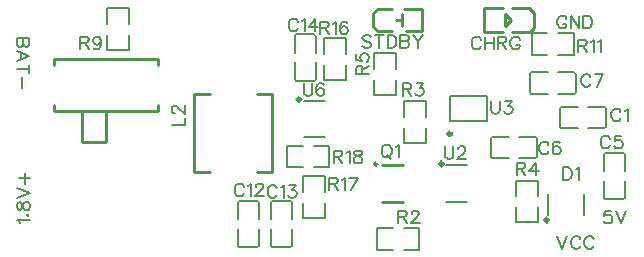
<source format=gto>
G04 Layer: TopSilkscreenLayer*
G04 EasyEDA v6.5.42, 2024-05-27 16:03:50*
G04 5a823164b2b14e8aa45e0a56d25f44cb,4b06660695a64fe3bf0f4e1e846abbee,10*
G04 Gerber Generator version 0.2*
G04 Scale: 100 percent, Rotated: No, Reflected: No *
G04 Dimensions in millimeters *
G04 leading zeros omitted , absolute positions ,4 integer and 5 decimal *
%FSLAX45Y45*%
%MOMM*%

%ADD10C,0.2032*%
%ADD11C,0.1524*%
%ADD12C,0.2540*%
%ADD13C,0.3000*%

%LPD*%
D10*
X2543616.0Y4289000.0D02*
G01*
X2434650.0Y4289000.0D01*
X2543616.0Y4289000.0D02*
G01*
X2543616.0Y4242263.0D01*
X2538537.0Y4226769.0D01*
X2533203.0Y4221435.0D01*
X2522788.0Y4216355.0D01*
X2512374.0Y4216355.0D01*
X2501961.0Y4221435.0D01*
X2496880.0Y4226769.0D01*
X2491800.0Y4242263.0D01*
X2491800.0Y4289000.0D02*
G01*
X2491800.0Y4242263.0D01*
X2486466.0Y4226769.0D01*
X2481387.0Y4221435.0D01*
X2470972.0Y4216355.0D01*
X2455224.0Y4216355.0D01*
X2444811.0Y4221435.0D01*
X2439730.0Y4226769.0D01*
X2434650.0Y4242263.0D01*
X2434650.0Y4289000.0D01*
X2543616.0Y4140410.0D02*
G01*
X2434650.0Y4182065.0D01*
X2543616.0Y4140410.0D02*
G01*
X2434650.0Y4098753.0D01*
X2470972.0Y4166318.0D02*
G01*
X2470972.0Y4114502.0D01*
X2543616.0Y4028142.0D02*
G01*
X2434650.0Y4028142.0D01*
X2543616.0Y4064463.0D02*
G01*
X2543616.0Y3991819.0D01*
X2481387.0Y3957529.0D02*
G01*
X2481387.0Y3864057.0D01*
X2460813.0Y2726900.0D02*
G01*
X2455479.0Y2737314.0D01*
X2439985.0Y2752808.0D01*
X2548950.0Y2752808.0D01*
X2523043.0Y2792432.0D02*
G01*
X2528377.0Y2787098.0D01*
X2533456.0Y2792432.0D01*
X2528377.0Y2797512.0D01*
X2523043.0Y2792432.0D01*
X2439985.0Y2857711.0D02*
G01*
X2445064.0Y2842216.0D01*
X2455479.0Y2837136.0D01*
X2465893.0Y2837136.0D01*
X2476306.0Y2842216.0D01*
X2481640.0Y2852630.0D01*
X2486721.0Y2873458.0D01*
X2491800.0Y2888953.0D01*
X2502214.0Y2899366.0D01*
X2512629.0Y2904700.0D01*
X2528377.0Y2904700.0D01*
X2538790.0Y2899366.0D01*
X2543871.0Y2894286.0D01*
X2548950.0Y2878538.0D01*
X2548950.0Y2857711.0D01*
X2543871.0Y2842216.0D01*
X2538790.0Y2837136.0D01*
X2528377.0Y2831803.0D01*
X2512629.0Y2831803.0D01*
X2502214.0Y2837136.0D01*
X2491800.0Y2847550.0D01*
X2486721.0Y2863044.0D01*
X2481640.0Y2883872.0D01*
X2476306.0Y2894286.0D01*
X2465893.0Y2899366.0D01*
X2455479.0Y2899366.0D01*
X2445064.0Y2894286.0D01*
X2439985.0Y2878538.0D01*
X2439985.0Y2857711.0D01*
X2439985.0Y2938990.0D02*
G01*
X2548950.0Y2980393.0D01*
X2439985.0Y3022048.0D02*
G01*
X2548950.0Y2980393.0D01*
X2455479.0Y3103074.0D02*
G01*
X2548950.0Y3103074.0D01*
X2502214.0Y3056338.0D02*
G01*
X2502214.0Y3149811.0D01*
X7013000.0Y2613616.0D02*
G01*
X7054656.0Y2504650.0D01*
X7096058.0Y2613616.0D02*
G01*
X7054656.0Y2504650.0D01*
X7208325.0Y2587708.0D02*
G01*
X7203245.0Y2598122.0D01*
X7192831.0Y2608536.0D01*
X7182418.0Y2613616.0D01*
X7161590.0Y2613616.0D01*
X7151175.0Y2608536.0D01*
X7140761.0Y2598122.0D01*
X7135681.0Y2587708.0D01*
X7130347.0Y2571961.0D01*
X7130347.0Y2546053.0D01*
X7135681.0Y2530558.0D01*
X7140761.0Y2520144.0D01*
X7151175.0Y2509730.0D01*
X7161590.0Y2504650.0D01*
X7182418.0Y2504650.0D01*
X7192831.0Y2509730.0D01*
X7203245.0Y2520144.0D01*
X7208325.0Y2530558.0D01*
X7320593.0Y2587708.0D02*
G01*
X7315259.0Y2598122.0D01*
X7305100.0Y2608536.0D01*
X7294686.0Y2613616.0D01*
X7273858.0Y2613616.0D01*
X7263443.0Y2608536.0D01*
X7253029.0Y2598122.0D01*
X7247950.0Y2587708.0D01*
X7242615.0Y2571961.0D01*
X7242615.0Y2546053.0D01*
X7247950.0Y2530558.0D01*
X7253029.0Y2520144.0D01*
X7263443.0Y2509730.0D01*
X7273858.0Y2504650.0D01*
X7294686.0Y2504650.0D01*
X7305100.0Y2509730.0D01*
X7315259.0Y2520144.0D01*
X7320593.0Y2530558.0D01*
X7090977.0Y4454607.0D02*
G01*
X7085643.0Y4465021.0D01*
X7075229.0Y4475435.0D01*
X7065070.0Y4480515.0D01*
X7044241.0Y4480515.0D01*
X7033827.0Y4475435.0D01*
X7023413.0Y4465021.0D01*
X7018079.0Y4454607.0D01*
X7013000.0Y4438860.0D01*
X7013000.0Y4412952.0D01*
X7018079.0Y4397457.0D01*
X7023413.0Y4387043.0D01*
X7033827.0Y4376629.0D01*
X7044241.0Y4371550.0D01*
X7065070.0Y4371550.0D01*
X7075229.0Y4376629.0D01*
X7085643.0Y4387043.0D01*
X7090977.0Y4397457.0D01*
X7090977.0Y4412952.0D01*
X7065070.0Y4412952.0D02*
G01*
X7090977.0Y4412952.0D01*
X7125268.0Y4480515.0D02*
G01*
X7125268.0Y4371550.0D01*
X7125268.0Y4480515.0D02*
G01*
X7197911.0Y4371550.0D01*
X7197911.0Y4480515.0D02*
G01*
X7197911.0Y4371550.0D01*
X7232202.0Y4480515.0D02*
G01*
X7232202.0Y4371550.0D01*
X7232202.0Y4480515.0D02*
G01*
X7268524.0Y4480515.0D01*
X7284272.0Y4475435.0D01*
X7294686.0Y4465021.0D01*
X7299765.0Y4454607.0D01*
X7305100.0Y4438860.0D01*
X7305100.0Y4412952.0D01*
X7299765.0Y4397457.0D01*
X7294686.0Y4387043.0D01*
X7284272.0Y4376629.0D01*
X7268524.0Y4371550.0D01*
X7232202.0Y4371550.0D01*
D11*
X7548177.0Y3667208.0D02*
G01*
X7542843.0Y3677622.0D01*
X7532429.0Y3688036.0D01*
X7522270.0Y3693116.0D01*
X7501441.0Y3693116.0D01*
X7491027.0Y3688036.0D01*
X7480613.0Y3677622.0D01*
X7475279.0Y3667208.0D01*
X7470200.0Y3651461.0D01*
X7470200.0Y3625553.0D01*
X7475279.0Y3610058.0D01*
X7480613.0Y3599644.0D01*
X7491027.0Y3589230.0D01*
X7501441.0Y3584150.0D01*
X7522270.0Y3584150.0D01*
X7532429.0Y3589230.0D01*
X7542843.0Y3599644.0D01*
X7548177.0Y3610058.0D01*
X7582468.0Y3672288.0D02*
G01*
X7592881.0Y3677622.0D01*
X7608375.0Y3693116.0D01*
X7608375.0Y3584150.0D01*
X7459277.0Y3438608.0D02*
G01*
X7453943.0Y3449022.0D01*
X7443529.0Y3459436.0D01*
X7433370.0Y3464516.0D01*
X7412541.0Y3464516.0D01*
X7402127.0Y3459436.0D01*
X7391713.0Y3449022.0D01*
X7386379.0Y3438608.0D01*
X7381300.0Y3422861.0D01*
X7381300.0Y3396953.0D01*
X7386379.0Y3381458.0D01*
X7391713.0Y3371044.0D01*
X7402127.0Y3360630.0D01*
X7412541.0Y3355550.0D01*
X7433370.0Y3355550.0D01*
X7443529.0Y3360630.0D01*
X7453943.0Y3371044.0D01*
X7459277.0Y3381458.0D01*
X7555797.0Y3464516.0D02*
G01*
X7503981.0Y3464516.0D01*
X7498647.0Y3417780.0D01*
X7503981.0Y3422861.0D01*
X7519475.0Y3428194.0D01*
X7534970.0Y3428194.0D01*
X7550718.0Y3422861.0D01*
X7561131.0Y3412700.0D01*
X7566211.0Y3396953.0D01*
X7566211.0Y3386538.0D01*
X7561131.0Y3371044.0D01*
X7550718.0Y3360630.0D01*
X7534970.0Y3355550.0D01*
X7519475.0Y3355550.0D01*
X7503981.0Y3360630.0D01*
X7498647.0Y3365711.0D01*
X7493568.0Y3376124.0D01*
X6938577.0Y3387808.0D02*
G01*
X6933243.0Y3398222.0D01*
X6922829.0Y3408636.0D01*
X6912670.0Y3413716.0D01*
X6891841.0Y3413716.0D01*
X6881427.0Y3408636.0D01*
X6871013.0Y3398222.0D01*
X6865679.0Y3387808.0D01*
X6860600.0Y3372061.0D01*
X6860600.0Y3346153.0D01*
X6865679.0Y3330658.0D01*
X6871013.0Y3320244.0D01*
X6881427.0Y3309830.0D01*
X6891841.0Y3304750.0D01*
X6912670.0Y3304750.0D01*
X6922829.0Y3309830.0D01*
X6933243.0Y3320244.0D01*
X6938577.0Y3330658.0D01*
X7035097.0Y3398222.0D02*
G01*
X7030018.0Y3408636.0D01*
X7014270.0Y3413716.0D01*
X7004109.0Y3413716.0D01*
X6988361.0Y3408636.0D01*
X6977947.0Y3392888.0D01*
X6972868.0Y3366980.0D01*
X6972868.0Y3341072.0D01*
X6977947.0Y3320244.0D01*
X6988361.0Y3309830.0D01*
X7004109.0Y3304750.0D01*
X7009190.0Y3304750.0D01*
X7024684.0Y3309830.0D01*
X7035097.0Y3320244.0D01*
X7040431.0Y3335738.0D01*
X7040431.0Y3341072.0D01*
X7035097.0Y3356566.0D01*
X7024684.0Y3366980.0D01*
X7009190.0Y3372061.0D01*
X7004109.0Y3372061.0D01*
X6988361.0Y3366980.0D01*
X6977947.0Y3356566.0D01*
X6972868.0Y3341072.0D01*
X7294177.0Y3959307.0D02*
G01*
X7288843.0Y3969721.0D01*
X7278429.0Y3980135.0D01*
X7268270.0Y3985215.0D01*
X7247441.0Y3985215.0D01*
X7237027.0Y3980135.0D01*
X7226613.0Y3969721.0D01*
X7221279.0Y3959307.0D01*
X7216200.0Y3943560.0D01*
X7216200.0Y3917652.0D01*
X7221279.0Y3902157.0D01*
X7226613.0Y3891743.0D01*
X7237027.0Y3881329.0D01*
X7247441.0Y3876250.0D01*
X7268270.0Y3876250.0D01*
X7278429.0Y3881329.0D01*
X7288843.0Y3891743.0D01*
X7294177.0Y3902157.0D01*
X7401111.0Y3985215.0D02*
G01*
X7349295.0Y3876250.0D01*
X7328468.0Y3985215.0D02*
G01*
X7401111.0Y3985215.0D01*
X6367077.0Y4276731.0D02*
G01*
X6361743.0Y4287145.0D01*
X6351329.0Y4297559.0D01*
X6341170.0Y4302639.0D01*
X6320341.0Y4302639.0D01*
X6309927.0Y4297559.0D01*
X6299513.0Y4287145.0D01*
X6294179.0Y4276731.0D01*
X6289100.0Y4261237.0D01*
X6289100.0Y4235075.0D01*
X6294179.0Y4219581.0D01*
X6299513.0Y4209167.0D01*
X6309927.0Y4198753.0D01*
X6320341.0Y4193673.0D01*
X6341170.0Y4193673.0D01*
X6351329.0Y4198753.0D01*
X6361743.0Y4209167.0D01*
X6367077.0Y4219581.0D01*
X6401368.0Y4302639.0D02*
G01*
X6401368.0Y4193673.0D01*
X6474011.0Y4302639.0D02*
G01*
X6474011.0Y4193673.0D01*
X6401368.0Y4250823.0D02*
G01*
X6474011.0Y4250823.0D01*
X6508302.0Y4302639.0D02*
G01*
X6508302.0Y4193673.0D01*
X6508302.0Y4302639.0D02*
G01*
X6555038.0Y4302639.0D01*
X6570786.0Y4297559.0D01*
X6575865.0Y4292225.0D01*
X6581200.0Y4282065.0D01*
X6581200.0Y4271651.0D01*
X6575865.0Y4261237.0D01*
X6570786.0Y4255903.0D01*
X6555038.0Y4250823.0D01*
X6508302.0Y4250823.0D01*
X6544624.0Y4250823.0D02*
G01*
X6581200.0Y4193673.0D01*
X6693213.0Y4276731.0D02*
G01*
X6688134.0Y4287145.0D01*
X6677720.0Y4297559.0D01*
X6667306.0Y4302639.0D01*
X6646477.0Y4302639.0D01*
X6636063.0Y4297559.0D01*
X6625650.0Y4287145.0D01*
X6620570.0Y4276731.0D01*
X6615490.0Y4261237.0D01*
X6615490.0Y4235075.0D01*
X6620570.0Y4219581.0D01*
X6625650.0Y4209167.0D01*
X6636063.0Y4198753.0D01*
X6646477.0Y4193673.0D01*
X6667306.0Y4193673.0D01*
X6677720.0Y4198753.0D01*
X6688134.0Y4209167.0D01*
X6693213.0Y4219581.0D01*
X6693213.0Y4235075.0D01*
X6667306.0Y4235075.0D02*
G01*
X6693213.0Y4235075.0D01*
X7063800.0Y3197816.0D02*
G01*
X7063800.0Y3088850.0D01*
X7063800.0Y3197816.0D02*
G01*
X7100122.0Y3197816.0D01*
X7115870.0Y3192736.0D01*
X7126029.0Y3182322.0D01*
X7131363.0Y3171908.0D01*
X7136443.0Y3156161.0D01*
X7136443.0Y3130253.0D01*
X7131363.0Y3114758.0D01*
X7126029.0Y3104344.0D01*
X7115870.0Y3093930.0D01*
X7100122.0Y3088850.0D01*
X7063800.0Y3088850.0D01*
X7170734.0Y3176988.0D02*
G01*
X7181147.0Y3182322.0D01*
X7196895.0Y3197816.0D01*
X7196895.0Y3088850.0D01*
X5558341.0Y3388316.0D02*
G01*
X5547927.0Y3383236.0D01*
X5537513.0Y3372822.0D01*
X5532179.0Y3362408.0D01*
X5527100.0Y3346661.0D01*
X5527100.0Y3320753.0D01*
X5532179.0Y3305258.0D01*
X5537513.0Y3294844.0D01*
X5547927.0Y3284430.0D01*
X5558341.0Y3279350.0D01*
X5579170.0Y3279350.0D01*
X5589329.0Y3284430.0D01*
X5599743.0Y3294844.0D01*
X5605077.0Y3305258.0D01*
X5610158.0Y3320753.0D01*
X5610158.0Y3346661.0D01*
X5605077.0Y3362408.0D01*
X5599743.0Y3372822.0D01*
X5589329.0Y3383236.0D01*
X5579170.0Y3388316.0D01*
X5558341.0Y3388316.0D01*
X5573836.0Y3299924.0D02*
G01*
X5605077.0Y3268936.0D01*
X5644447.0Y3367488.0D02*
G01*
X5654861.0Y3372822.0D01*
X5670609.0Y3388316.0D01*
X5670609.0Y3279350.0D01*
X5666800.0Y2829516.0D02*
G01*
X5666800.0Y2720550.0D01*
X5666800.0Y2829516.0D02*
G01*
X5713536.0Y2829516.0D01*
X5729029.0Y2824436.0D01*
X5734363.0Y2819103.0D01*
X5739443.0Y2808688.0D01*
X5739443.0Y2798274.0D01*
X5734363.0Y2787861.0D01*
X5729029.0Y2782780.0D01*
X5713536.0Y2777700.0D01*
X5666800.0Y2777700.0D01*
X5703122.0Y2777700.0D02*
G01*
X5739443.0Y2720550.0D01*
X5779068.0Y2803608.0D02*
G01*
X5779068.0Y2808688.0D01*
X5784147.0Y2819103.0D01*
X5789481.0Y2824436.0D01*
X5799895.0Y2829516.0D01*
X5820470.0Y2829516.0D01*
X5830884.0Y2824436.0D01*
X5836218.0Y2819103.0D01*
X5841297.0Y2808688.0D01*
X5841297.0Y2798274.0D01*
X5836218.0Y2787861.0D01*
X5825804.0Y2772366.0D01*
X5773734.0Y2720550.0D01*
X5846631.0Y2720550.0D01*
X5704900.0Y3909015.0D02*
G01*
X5704900.0Y3800050.0D01*
X5704900.0Y3909015.0D02*
G01*
X5751636.0Y3909015.0D01*
X5767129.0Y3903935.0D01*
X5772463.0Y3898602.0D01*
X5777543.0Y3888187.0D01*
X5777543.0Y3877773.0D01*
X5772463.0Y3867360.0D01*
X5767129.0Y3862279.0D01*
X5751636.0Y3857200.0D01*
X5704900.0Y3857200.0D01*
X5741222.0Y3857200.0D02*
G01*
X5777543.0Y3800050.0D01*
X5822247.0Y3909015.0D02*
G01*
X5879397.0Y3909015.0D01*
X5848409.0Y3867360.0D01*
X5863904.0Y3867360.0D01*
X5874318.0Y3862279.0D01*
X5879397.0Y3857200.0D01*
X5884731.0Y3841452.0D01*
X5884731.0Y3831037.0D01*
X5879397.0Y3815543.0D01*
X5868984.0Y3805129.0D01*
X5853490.0Y3800050.0D01*
X5837995.0Y3800050.0D01*
X5822247.0Y3805129.0D01*
X5817168.0Y3810210.0D01*
X5811834.0Y3820623.0D01*
X6670100.0Y3235916.0D02*
G01*
X6670100.0Y3126950.0D01*
X6670100.0Y3235916.0D02*
G01*
X6716836.0Y3235916.0D01*
X6732329.0Y3230836.0D01*
X6737663.0Y3225503.0D01*
X6742743.0Y3215088.0D01*
X6742743.0Y3204674.0D01*
X6737663.0Y3194261.0D01*
X6732329.0Y3189180.0D01*
X6716836.0Y3184100.0D01*
X6670100.0Y3184100.0D01*
X6706422.0Y3184100.0D02*
G01*
X6742743.0Y3126950.0D01*
X6829104.0Y3235916.0D02*
G01*
X6777034.0Y3163272.0D01*
X6855011.0Y3163272.0D01*
X6829104.0Y3235916.0D02*
G01*
X6829104.0Y3126950.0D01*
X5310184.0Y3984200.0D02*
G01*
X5419150.0Y3984200.0D01*
X5310184.0Y3984200.0D02*
G01*
X5310184.0Y4030935.0D01*
X5315263.0Y4046429.0D01*
X5320597.0Y4051763.0D01*
X5331011.0Y4056843.0D01*
X5341425.0Y4056843.0D01*
X5351840.0Y4051763.0D01*
X5356920.0Y4046429.0D01*
X5362000.0Y4030935.0D01*
X5362000.0Y3984200.0D01*
X5362000.0Y4020521.0D02*
G01*
X5419150.0Y4056843.0D01*
X5310184.0Y4153618.0D02*
G01*
X5310184.0Y4101547.0D01*
X5356920.0Y4096468.0D01*
X5351840.0Y4101547.0D01*
X5346506.0Y4117295.0D01*
X5346506.0Y4132789.0D01*
X5351840.0Y4148284.0D01*
X5362000.0Y4158697.0D01*
X5377747.0Y4164031.0D01*
X5388161.0Y4164031.0D01*
X5403656.0Y4158697.0D01*
X5414070.0Y4148284.0D01*
X5419150.0Y4132789.0D01*
X5419150.0Y4117295.0D01*
X5414070.0Y4101547.0D01*
X5408990.0Y4096468.0D01*
X5398575.0Y4091134.0D01*
X7190800.0Y4277315.0D02*
G01*
X7190800.0Y4168350.0D01*
X7190800.0Y4277315.0D02*
G01*
X7237536.0Y4277315.0D01*
X7253029.0Y4272235.0D01*
X7258363.0Y4266902.0D01*
X7263443.0Y4256487.0D01*
X7263443.0Y4246073.0D01*
X7258363.0Y4235660.0D01*
X7253029.0Y4230579.0D01*
X7237536.0Y4225500.0D01*
X7190800.0Y4225500.0D01*
X7227122.0Y4225500.0D02*
G01*
X7263443.0Y4168350.0D01*
X7297734.0Y4256487.0D02*
G01*
X7308147.0Y4261821.0D01*
X7323895.0Y4277315.0D01*
X7323895.0Y4168350.0D01*
X7358186.0Y4256487.0D02*
G01*
X7368600.0Y4261821.0D01*
X7384093.0Y4277315.0D01*
X7384093.0Y4168350.0D01*
X5434643.0Y4299845.0D02*
G01*
X5424229.0Y4310259.0D01*
X5408736.0Y4315339.0D01*
X5387908.0Y4315339.0D01*
X5372413.0Y4310259.0D01*
X5362000.0Y4299845.0D01*
X5362000.0Y4289431.0D01*
X5367079.0Y4279017.0D01*
X5372413.0Y4273937.0D01*
X5382827.0Y4268603.0D01*
X5414070.0Y4258189.0D01*
X5424229.0Y4253109.0D01*
X5429563.0Y4247775.0D01*
X5434643.0Y4237615.0D01*
X5434643.0Y4221867.0D01*
X5424229.0Y4211453.0D01*
X5408736.0Y4206373.0D01*
X5387908.0Y4206373.0D01*
X5372413.0Y4211453.0D01*
X5362000.0Y4221867.0D01*
X5505509.0Y4315339.0D02*
G01*
X5505509.0Y4206373.0D01*
X5468934.0Y4315339.0D02*
G01*
X5541831.0Y4315339.0D01*
X5576122.0Y4315339.0D02*
G01*
X5576122.0Y4206373.0D01*
X5576122.0Y4315339.0D02*
G01*
X5612443.0Y4315339.0D01*
X5627938.0Y4310259.0D01*
X5638352.0Y4299845.0D01*
X5643686.0Y4289431.0D01*
X5648765.0Y4273937.0D01*
X5648765.0Y4247775.0D01*
X5643686.0Y4232281.0D01*
X5638352.0Y4221867.0D01*
X5627938.0Y4211453.0D01*
X5612443.0Y4206373.0D01*
X5576122.0Y4206373.0D01*
X5683056.0Y4315339.0D02*
G01*
X5683056.0Y4206373.0D01*
X5683056.0Y4315339.0D02*
G01*
X5729791.0Y4315339.0D01*
X5745540.0Y4310259.0D01*
X5750620.0Y4304925.0D01*
X5755700.0Y4294765.0D01*
X5755700.0Y4284351.0D01*
X5750620.0Y4273937.0D01*
X5745540.0Y4268603.0D01*
X5729791.0Y4263523.0D01*
X5683056.0Y4263523.0D02*
G01*
X5729791.0Y4263523.0D01*
X5745540.0Y4258189.0D01*
X5750620.0Y4253109.0D01*
X5755700.0Y4242695.0D01*
X5755700.0Y4227201.0D01*
X5750620.0Y4216787.0D01*
X5745540.0Y4211453.0D01*
X5729791.0Y4206373.0D01*
X5683056.0Y4206373.0D01*
X5789990.0Y4315339.0D02*
G01*
X5831645.0Y4263523.0D01*
X5831645.0Y4206373.0D01*
X5873302.0Y4315339.0D02*
G01*
X5831645.0Y4263523.0D01*
X6060500.0Y3375616.0D02*
G01*
X6060500.0Y3297638.0D01*
X6065579.0Y3282144.0D01*
X6075993.0Y3271730.0D01*
X6091741.0Y3266650.0D01*
X6102156.0Y3266650.0D01*
X6117650.0Y3271730.0D01*
X6128063.0Y3282144.0D01*
X6133143.0Y3297638.0D01*
X6133143.0Y3375616.0D01*
X6172768.0Y3349708.0D02*
G01*
X6172768.0Y3354788.0D01*
X6177847.0Y3365203.0D01*
X6183181.0Y3370536.0D01*
X6193595.0Y3375616.0D01*
X6214170.0Y3375616.0D01*
X6224584.0Y3370536.0D01*
X6229918.0Y3365203.0D01*
X6234997.0Y3354788.0D01*
X6234997.0Y3344374.0D01*
X6229918.0Y3333961.0D01*
X6219504.0Y3318466.0D01*
X6167434.0Y3266650.0D01*
X6240331.0Y3266650.0D01*
X6454200.0Y3756616.0D02*
G01*
X6454200.0Y3678638.0D01*
X6459279.0Y3663144.0D01*
X6469693.0Y3652730.0D01*
X6485441.0Y3647650.0D01*
X6495856.0Y3647650.0D01*
X6511350.0Y3652730.0D01*
X6521763.0Y3663144.0D01*
X6526843.0Y3678638.0D01*
X6526843.0Y3756616.0D01*
X6571547.0Y3756616.0D02*
G01*
X6628697.0Y3756616.0D01*
X6597709.0Y3714961.0D01*
X6613204.0Y3714961.0D01*
X6623618.0Y3709880.0D01*
X6628697.0Y3704800.0D01*
X6634031.0Y3689053.0D01*
X6634031.0Y3678638.0D01*
X6628697.0Y3663144.0D01*
X6618284.0Y3652730.0D01*
X6602790.0Y3647650.0D01*
X6587295.0Y3647650.0D01*
X6571547.0Y3652730.0D01*
X6566468.0Y3657811.0D01*
X6561134.0Y3668224.0D01*
X7468929.0Y2829516.0D02*
G01*
X7417113.0Y2829516.0D01*
X7411779.0Y2782780.0D01*
X7417113.0Y2787861.0D01*
X7432608.0Y2793194.0D01*
X7448356.0Y2793194.0D01*
X7463850.0Y2787861.0D01*
X7474263.0Y2777700.0D01*
X7479343.0Y2761953.0D01*
X7479343.0Y2751538.0D01*
X7474263.0Y2736044.0D01*
X7463850.0Y2725630.0D01*
X7448356.0Y2720550.0D01*
X7432608.0Y2720550.0D01*
X7417113.0Y2725630.0D01*
X7411779.0Y2730711.0D01*
X7406700.0Y2741124.0D01*
X7513634.0Y2829516.0D02*
G01*
X7555290.0Y2720550.0D01*
X7596945.0Y2829516.0D02*
G01*
X7555290.0Y2720550.0D01*
X3748085.0Y3552400.0D02*
G01*
X3857050.0Y3552400.0D01*
X3857050.0Y3552400.0D02*
G01*
X3857050.0Y3614630.0D01*
X3773993.0Y3654254.0D02*
G01*
X3768913.0Y3654254.0D01*
X3758498.0Y3659335.0D01*
X3753164.0Y3664669.0D01*
X3748085.0Y3675082.0D01*
X3748085.0Y3695911.0D01*
X3753164.0Y3706070.0D01*
X3758498.0Y3711404.0D01*
X3768913.0Y3716485.0D01*
X3779327.0Y3716485.0D01*
X3789740.0Y3711404.0D01*
X3805235.0Y3700990.0D01*
X3857050.0Y3648920.0D01*
X3857050.0Y3721819.0D01*
X4360478.0Y3032208.0D02*
G01*
X4355144.0Y3042622.0D01*
X4344730.0Y3053036.0D01*
X4334571.0Y3058116.0D01*
X4313742.0Y3058116.0D01*
X4303328.0Y3053036.0D01*
X4292914.0Y3042622.0D01*
X4287580.0Y3032208.0D01*
X4282500.0Y3016461.0D01*
X4282500.0Y2990553.0D01*
X4287580.0Y2975058.0D01*
X4292914.0Y2964644.0D01*
X4303328.0Y2954230.0D01*
X4313742.0Y2949150.0D01*
X4334571.0Y2949150.0D01*
X4344730.0Y2954230.0D01*
X4355144.0Y2964644.0D01*
X4360478.0Y2975058.0D01*
X4394769.0Y3037288.0D02*
G01*
X4405182.0Y3042622.0D01*
X4420676.0Y3058116.0D01*
X4420676.0Y2949150.0D01*
X4460300.0Y3032208.0D02*
G01*
X4460300.0Y3037288.0D01*
X4465380.0Y3047703.0D01*
X4470460.0Y3053036.0D01*
X4480875.0Y3058116.0D01*
X4501703.0Y3058116.0D01*
X4512116.0Y3053036.0D01*
X4517450.0Y3047703.0D01*
X4522530.0Y3037288.0D01*
X4522530.0Y3026874.0D01*
X4517450.0Y3016461.0D01*
X4507037.0Y3000966.0D01*
X4454966.0Y2949150.0D01*
X4527610.0Y2949150.0D01*
X4639878.0Y3019508.0D02*
G01*
X4634544.0Y3029922.0D01*
X4624130.0Y3040336.0D01*
X4613971.0Y3045416.0D01*
X4593142.0Y3045416.0D01*
X4582728.0Y3040336.0D01*
X4572314.0Y3029922.0D01*
X4566980.0Y3019508.0D01*
X4561900.0Y3003761.0D01*
X4561900.0Y2977853.0D01*
X4566980.0Y2962358.0D01*
X4572314.0Y2951944.0D01*
X4582728.0Y2941530.0D01*
X4593142.0Y2936450.0D01*
X4613971.0Y2936450.0D01*
X4624130.0Y2941530.0D01*
X4634544.0Y2951944.0D01*
X4639878.0Y2962358.0D01*
X4674169.0Y3024588.0D02*
G01*
X4684582.0Y3029922.0D01*
X4700076.0Y3045416.0D01*
X4700076.0Y2936450.0D01*
X4744780.0Y3045416.0D02*
G01*
X4801930.0Y3045416.0D01*
X4770689.0Y3003761.0D01*
X4786437.0Y3003761.0D01*
X4796850.0Y2998680.0D01*
X4801930.0Y2993600.0D01*
X4807010.0Y2977853.0D01*
X4807010.0Y2967438.0D01*
X4801930.0Y2951944.0D01*
X4791516.0Y2941530.0D01*
X4776023.0Y2936450.0D01*
X4760275.0Y2936450.0D01*
X4744780.0Y2941530.0D01*
X4739700.0Y2946611.0D01*
X4734366.0Y2957024.0D01*
X4817678.0Y4429207.0D02*
G01*
X4812344.0Y4439621.0D01*
X4801930.0Y4450035.0D01*
X4791771.0Y4455115.0D01*
X4770942.0Y4455115.0D01*
X4760528.0Y4450035.0D01*
X4750114.0Y4439621.0D01*
X4744780.0Y4429207.0D01*
X4739700.0Y4413460.0D01*
X4739700.0Y4387552.0D01*
X4744780.0Y4372057.0D01*
X4750114.0Y4361643.0D01*
X4760528.0Y4351229.0D01*
X4770942.0Y4346150.0D01*
X4791771.0Y4346150.0D01*
X4801930.0Y4351229.0D01*
X4812344.0Y4361643.0D01*
X4817678.0Y4372057.0D01*
X4851969.0Y4434287.0D02*
G01*
X4862382.0Y4439621.0D01*
X4877876.0Y4455115.0D01*
X4877876.0Y4346150.0D01*
X4964237.0Y4455115.0D02*
G01*
X4912166.0Y4382471.0D01*
X4990144.0Y4382471.0D01*
X4964237.0Y4455115.0D02*
G01*
X4964237.0Y4346150.0D01*
X5006400.0Y4429715.0D02*
G01*
X5006400.0Y4320750.0D01*
X5006400.0Y4429715.0D02*
G01*
X5053137.0Y4429715.0D01*
X5068630.0Y4424635.0D01*
X5073964.0Y4419302.0D01*
X5079044.0Y4408887.0D01*
X5079044.0Y4398473.0D01*
X5073964.0Y4388060.0D01*
X5068630.0Y4382979.0D01*
X5053137.0Y4377900.0D01*
X5006400.0Y4377900.0D01*
X5042723.0Y4377900.0D02*
G01*
X5079044.0Y4320750.0D01*
X5113335.0Y4408887.0D02*
G01*
X5123748.0Y4414221.0D01*
X5139496.0Y4429715.0D01*
X5139496.0Y4320750.0D01*
X5236016.0Y4414221.0D02*
G01*
X5230937.0Y4424635.0D01*
X5215189.0Y4429715.0D01*
X5204775.0Y4429715.0D01*
X5189280.0Y4424635.0D01*
X5178866.0Y4408887.0D01*
X5173787.0Y4382979.0D01*
X5173787.0Y4357071.0D01*
X5178866.0Y4336243.0D01*
X5189280.0Y4325829.0D01*
X5204775.0Y4320750.0D01*
X5210109.0Y4320750.0D01*
X5225603.0Y4325829.0D01*
X5236016.0Y4336243.0D01*
X5241350.0Y4351737.0D01*
X5241350.0Y4357071.0D01*
X5236016.0Y4372565.0D01*
X5225603.0Y4382979.0D01*
X5210109.0Y4388060.0D01*
X5204775.0Y4388060.0D01*
X5189280.0Y4382979.0D01*
X5178866.0Y4372565.0D01*
X5173787.0Y4357071.0D01*
X5082600.0Y3108916.0D02*
G01*
X5082600.0Y2999950.0D01*
X5082600.0Y3108916.0D02*
G01*
X5129337.0Y3108916.0D01*
X5144830.0Y3103836.0D01*
X5150164.0Y3098503.0D01*
X5155244.0Y3088088.0D01*
X5155244.0Y3077674.0D01*
X5150164.0Y3067261.0D01*
X5144830.0Y3062180.0D01*
X5129337.0Y3057100.0D01*
X5082600.0Y3057100.0D01*
X5118923.0Y3057100.0D02*
G01*
X5155244.0Y2999950.0D01*
X5189535.0Y3088088.0D02*
G01*
X5199948.0Y3093422.0D01*
X5215696.0Y3108916.0D01*
X5215696.0Y2999950.0D01*
X5322629.0Y3108916.0D02*
G01*
X5270560.0Y2999950.0D01*
X5249987.0Y3108916.0D02*
G01*
X5322629.0Y3108916.0D01*
X5120700.0Y3337516.0D02*
G01*
X5120700.0Y3228550.0D01*
X5120700.0Y3337516.0D02*
G01*
X5167437.0Y3337516.0D01*
X5182930.0Y3332436.0D01*
X5188264.0Y3327103.0D01*
X5193344.0Y3316688.0D01*
X5193344.0Y3306274.0D01*
X5188264.0Y3295861.0D01*
X5182930.0Y3290780.0D01*
X5167437.0Y3285700.0D01*
X5120700.0Y3285700.0D01*
X5157023.0Y3285700.0D02*
G01*
X5193344.0Y3228550.0D01*
X5227635.0Y3316688.0D02*
G01*
X5238048.0Y3322022.0D01*
X5253796.0Y3337516.0D01*
X5253796.0Y3228550.0D01*
X5313993.0Y3337516.0D02*
G01*
X5298500.0Y3332436.0D01*
X5293166.0Y3322022.0D01*
X5293166.0Y3311608.0D01*
X5298500.0Y3301194.0D01*
X5308659.0Y3295861.0D01*
X5329488.0Y3290780.0D01*
X5345236.0Y3285700.0D01*
X5355650.0Y3275286.0D01*
X5360729.0Y3264872.0D01*
X5360729.0Y3249124.0D01*
X5355650.0Y3238711.0D01*
X5350315.0Y3233630.0D01*
X5334822.0Y3228550.0D01*
X5313993.0Y3228550.0D01*
X5298500.0Y3233630.0D01*
X5293166.0Y3238711.0D01*
X5288087.0Y3249124.0D01*
X5288087.0Y3264872.0D01*
X5293166.0Y3275286.0D01*
X5303579.0Y3285700.0D01*
X5319074.0Y3290780.0D01*
X5339902.0Y3295861.0D01*
X5350315.0Y3301194.0D01*
X5355650.0Y3311608.0D01*
X5355650.0Y3322022.0D01*
X5350315.0Y3332436.0D01*
X5334822.0Y3337516.0D01*
X5313993.0Y3337516.0D01*
X4866700.0Y3909015.0D02*
G01*
X4866700.0Y3831037.0D01*
X4871780.0Y3815543.0D01*
X4882194.0Y3805129.0D01*
X4897942.0Y3800050.0D01*
X4908357.0Y3800050.0D01*
X4923850.0Y3805129.0D01*
X4934264.0Y3815543.0D01*
X4939344.0Y3831037.0D01*
X4939344.0Y3909015.0D01*
X5036119.0Y3893521.0D02*
G01*
X5030785.0Y3903935.0D01*
X5015291.0Y3909015.0D01*
X5004876.0Y3909015.0D01*
X4989382.0Y3903935.0D01*
X4978969.0Y3888187.0D01*
X4973635.0Y3862279.0D01*
X4973635.0Y3836371.0D01*
X4978969.0Y3815543.0D01*
X4989382.0Y3805129.0D01*
X5004876.0Y3800050.0D01*
X5010210.0Y3800050.0D01*
X5025705.0Y3805129.0D01*
X5036119.0Y3815543.0D01*
X5041198.0Y3831037.0D01*
X5041198.0Y3836371.0D01*
X5036119.0Y3851865.0D01*
X5025705.0Y3862279.0D01*
X5010210.0Y3867360.0D01*
X5004876.0Y3867360.0D01*
X4989382.0Y3862279.0D01*
X4978969.0Y3851865.0D01*
X4973635.0Y3836371.0D01*
X2974400.0Y4302715.0D02*
G01*
X2974400.0Y4193750.0D01*
X2974400.0Y4302715.0D02*
G01*
X3021137.0Y4302715.0D01*
X3036630.0Y4297635.0D01*
X3041964.0Y4292302.0D01*
X3047045.0Y4281887.0D01*
X3047045.0Y4271473.0D01*
X3041964.0Y4261060.0D01*
X3036630.0Y4255979.0D01*
X3021137.0Y4250900.0D01*
X2974400.0Y4250900.0D01*
X3010722.0Y4250900.0D02*
G01*
X3047045.0Y4193750.0D01*
X3148898.0Y4266393.0D02*
G01*
X3143819.0Y4250900.0D01*
X3133405.0Y4240485.0D01*
X3117911.0Y4235152.0D01*
X3112577.0Y4235152.0D01*
X3097082.0Y4240485.0D01*
X3086669.0Y4250900.0D01*
X3081335.0Y4266393.0D01*
X3081335.0Y4271473.0D01*
X3086669.0Y4287221.0D01*
X3097082.0Y4297635.0D01*
X3112577.0Y4302715.0D01*
X3117911.0Y4302715.0D01*
X3133405.0Y4297635.0D01*
X3143819.0Y4287221.0D01*
X3148898.0Y4266393.0D01*
X3148898.0Y4240485.0D01*
X3143819.0Y4214323.0D01*
X3133405.0Y4198829.0D01*
X3117911.0Y4193750.0D01*
X3107496.0Y4193750.0D01*
X3091748.0Y4198829.0D01*
X3086669.0Y4209243.0D01*
X7410019.0Y3706261.0D02*
G01*
X7269019.0Y3706261.0D01*
X7269019.0Y3525540.0D02*
G01*
X7410019.0Y3525540.0D01*
X7425259.0Y3540780.0D02*
G01*
X7425259.0Y3691021.0D01*
X7047780.0Y3706261.0D02*
G01*
X7188780.0Y3706261.0D01*
X7188780.0Y3525540.0D02*
G01*
X7047780.0Y3525540.0D01*
X7032540.0Y3540780.0D02*
G01*
X7032540.0Y3691021.0D01*
X7405239.0Y3301720.0D02*
G01*
X7405239.0Y3160720.0D01*
X7585960.0Y3160720.0D02*
G01*
X7585960.0Y3301720.0D01*
X7570720.0Y3316960.0D02*
G01*
X7420479.0Y3316960.0D01*
X7405239.0Y2939481.0D02*
G01*
X7405239.0Y3080481.0D01*
X7585960.0Y3080481.0D02*
G01*
X7585960.0Y2939481.0D01*
X7570720.0Y2924241.0D02*
G01*
X7420479.0Y2924241.0D01*
X6463580.0Y3271540.0D02*
G01*
X6604580.0Y3271540.0D01*
X6604580.0Y3452261.0D02*
G01*
X6463580.0Y3452261.0D01*
X6448340.0Y3437021.0D02*
G01*
X6448340.0Y3286780.0D01*
X6825819.0Y3271540.0D02*
G01*
X6684819.0Y3271540.0D01*
X6684819.0Y3452261.0D02*
G01*
X6825819.0Y3452261.0D01*
X6841059.0Y3437021.0D02*
G01*
X6841059.0Y3286780.0D01*
X6793780.0Y3817639.0D02*
G01*
X6934780.0Y3817639.0D01*
X6934780.0Y3998360.0D02*
G01*
X6793780.0Y3998360.0D01*
X6778540.0Y3983120.0D02*
G01*
X6778540.0Y3832879.0D01*
X7156019.0Y3817639.0D02*
G01*
X7015019.0Y3817639.0D01*
X7015019.0Y3998360.0D02*
G01*
X7156019.0Y3998360.0D01*
X7171259.0Y3983120.0D02*
G01*
X7171259.0Y3832879.0D01*
D12*
X6573900.0Y4391400.0D02*
G01*
X6613899.0Y4431400.0D01*
X6623899.0Y4441400.0D01*
X6613899.0Y4451425.0D01*
X6573900.0Y4491425.0D01*
X6573900.0Y4391400.0D02*
G01*
X6573900.0Y4491425.0D01*
X6549577.0Y4543127.0D02*
G01*
X6394636.0Y4543127.0D01*
X6394636.0Y4339927.0D01*
X6549577.0Y4339927.0D01*
X6628316.0Y4545667.0D02*
G01*
X6775636.0Y4545667.0D01*
X6816277.0Y4505027.0D01*
X6816277.0Y4378027.0D01*
X6778177.0Y4339927.0D01*
X6625777.0Y4339927.0D01*
D11*
X7243118.0Y2790380.0D02*
G01*
X7243118.0Y2968221.0D01*
X6935281.0Y2790380.0D02*
G01*
X6935281.0Y2968221.0D01*
D12*
X5705999.0Y2902110.0D02*
G01*
X5525997.0Y2902110.0D01*
X5705999.0Y3212112.0D02*
G01*
X5525997.0Y3212112.0D01*
D11*
X5714419.0Y2495491.0D02*
G01*
X5842913.0Y2495491.0D01*
X5842913.0Y2678910.0D01*
X5714419.0Y2678910.0D01*
X5619180.0Y2495491.0D02*
G01*
X5490686.0Y2495491.0D01*
X5490686.0Y2678910.0D01*
X5619180.0Y2678910.0D01*
X5714790.0Y3530181.0D02*
G01*
X5714790.0Y3401687.0D01*
X5898209.0Y3401687.0D01*
X5898209.0Y3530181.0D01*
X5714790.0Y3625420.0D02*
G01*
X5714790.0Y3753914.0D01*
X5898209.0Y3753914.0D01*
X5898209.0Y3625420.0D01*
X6850709.0Y2952320.0D02*
G01*
X6850709.0Y3080814.0D01*
X6667290.0Y3080814.0D01*
X6667290.0Y2952320.0D01*
X6850709.0Y2857081.0D02*
G01*
X6850709.0Y2728587.0D01*
X6667290.0Y2728587.0D01*
X6667290.0Y2857081.0D01*
X5644209.0Y4031819.0D02*
G01*
X5644209.0Y4160313.0D01*
X5460790.0Y4160313.0D01*
X5460790.0Y4031819.0D01*
X5644209.0Y3936580.0D02*
G01*
X5644209.0Y3808086.0D01*
X5460790.0Y3808086.0D01*
X5460790.0Y3936580.0D01*
X6927280.0Y4329909.0D02*
G01*
X6798786.0Y4329909.0D01*
X6798786.0Y4146490.0D01*
X6927280.0Y4146490.0D01*
X7022519.0Y4329909.0D02*
G01*
X7151013.0Y4329909.0D01*
X7151013.0Y4146490.0D01*
X7022519.0Y4146490.0D01*
D12*
X5716792.0Y4536401.0D02*
G01*
X5864800.0Y4537399.0D01*
X5730800.0Y4347399.0D02*
G01*
X5864800.0Y4347399.0D01*
X5864800.0Y4537399.0D02*
G01*
X5864800.0Y4347397.0D01*
X5491788.0Y4346398.0D02*
G01*
X5491788.0Y4346403.0D01*
X5456795.0Y4381397.0D01*
X5491788.0Y4536401.0D02*
G01*
X5491788.0Y4536395.0D01*
X5456795.0Y4501402.0D01*
X5616792.0Y4536401.0D02*
G01*
X5491788.0Y4536401.0D01*
X5616792.0Y4346398.0D02*
G01*
X5491788.0Y4346398.0D01*
X5456795.0Y4501402.0D02*
G01*
X5456795.0Y4381397.0D01*
X5696799.0Y4491399.0D02*
G01*
X5696799.0Y4391400.0D01*
X5696799.0Y4440894.0D02*
G01*
X5646800.0Y4440894.0D01*
D11*
X6073179.0Y2903182.0D02*
G01*
X6251020.0Y2903182.0D01*
X6073179.0Y3211019.0D02*
G01*
X6251020.0Y3211019.0D01*
X6106080.0Y3584961.0D02*
G01*
X6106080.0Y3799239.0D01*
X6421319.0Y3799239.0D01*
X6421319.0Y3584961.0D01*
X6106080.0Y3584961.0D01*
D12*
X3939801.0Y3818891.0D02*
G01*
X3939801.0Y3158896.0D01*
X4599800.0Y3818891.0D02*
G01*
X4599800.0Y3158896.0D01*
X4599800.0Y3158896.0D02*
G01*
X4467915.0Y3158896.0D01*
X4071686.0Y3818891.0D02*
G01*
X3939801.0Y3818891.0D01*
X4599800.0Y3818891.0D02*
G01*
X4467915.0Y3818891.0D01*
X4071686.0Y3158896.0D02*
G01*
X3939801.0Y3158896.0D01*
D11*
X4306440.0Y2895320.0D02*
G01*
X4306440.0Y2754320.0D01*
X4487161.0Y2754320.0D02*
G01*
X4487161.0Y2895320.0D01*
X4471921.0Y2910560.0D02*
G01*
X4321680.0Y2910560.0D01*
X4306440.0Y2533081.0D02*
G01*
X4306440.0Y2674081.0D01*
X4487161.0Y2674081.0D02*
G01*
X4487161.0Y2533081.0D01*
X4471921.0Y2517841.0D02*
G01*
X4321680.0Y2517841.0D01*
X4585840.0Y2895320.0D02*
G01*
X4585840.0Y2754320.0D01*
X4766561.0Y2754320.0D02*
G01*
X4766561.0Y2895320.0D01*
X4751321.0Y2910560.0D02*
G01*
X4601080.0Y2910560.0D01*
X4585840.0Y2533081.0D02*
G01*
X4585840.0Y2674081.0D01*
X4766561.0Y2674081.0D02*
G01*
X4766561.0Y2533081.0D01*
X4751321.0Y2517841.0D02*
G01*
X4601080.0Y2517841.0D01*
X4969761.0Y3942780.0D02*
G01*
X4969761.0Y4083780.0D01*
X4789040.0Y4083780.0D02*
G01*
X4789040.0Y3942780.0D01*
X4804280.0Y3927540.0D02*
G01*
X4954521.0Y3927540.0D01*
X4969761.0Y4305019.0D02*
G01*
X4969761.0Y4164019.0D01*
X4789040.0Y4164019.0D02*
G01*
X4789040.0Y4305019.0D01*
X4804280.0Y4320259.0D02*
G01*
X4954521.0Y4320259.0D01*
X5041691.0Y4063580.0D02*
G01*
X5041691.0Y3935086.0D01*
X5225110.0Y3935086.0D01*
X5225110.0Y4063580.0D01*
X5041691.0Y4158819.0D02*
G01*
X5041691.0Y4287313.0D01*
X5225110.0Y4287313.0D01*
X5225110.0Y4158819.0D01*
X5047310.0Y2990420.0D02*
G01*
X5047310.0Y3118914.0D01*
X4863891.0Y3118914.0D01*
X4863891.0Y2990420.0D01*
X5047310.0Y2895181.0D02*
G01*
X5047310.0Y2766687.0D01*
X4863891.0Y2766687.0D01*
X4863891.0Y2895181.0D01*
X4857181.0Y3377410.0D02*
G01*
X4728687.0Y3377410.0D01*
X4728687.0Y3193991.0D01*
X4857181.0Y3193991.0D01*
X4952420.0Y3377410.0D02*
G01*
X5080914.0Y3377410.0D01*
X5080914.0Y3193991.0D01*
X4952420.0Y3193991.0D01*
X4866680.0Y3449282.0D02*
G01*
X5044521.0Y3449282.0D01*
X4866680.0Y3757119.0D02*
G01*
X5044521.0Y3757119.0D01*
D12*
X2987100.0Y3665100.0D02*
G01*
X2987100.0Y3411100.0D01*
X3190300.0Y3411100.0D01*
X3190300.0Y3673701.0D01*
X3630300.0Y4113699.0D02*
G01*
X2750301.0Y4113699.0D01*
X3630300.0Y3673701.0D02*
G01*
X2750301.0Y3673701.0D01*
X2750301.0Y4113699.0D02*
G01*
X2750301.0Y4065175.0D01*
X2750301.0Y3722225.0D02*
G01*
X2750301.0Y3673701.0D01*
X3630300.0Y4113699.0D02*
G01*
X3630300.0Y4065175.0D01*
X3630300.0Y3722225.0D02*
G01*
X3630300.0Y3673701.0D01*
D11*
X3383610.0Y4412819.0D02*
G01*
X3383610.0Y4541313.0D01*
X3200191.0Y4541313.0D01*
X3200191.0Y4412819.0D01*
X3383610.0Y4317580.0D02*
G01*
X3383610.0Y4189086.0D01*
X3200191.0Y4189086.0D01*
X3200191.0Y4317580.0D01*
G75*
G01*
X7410020.0Y3525540.0D02*
G03*
X7425260.0Y3540780.0I0J15240D01*
G75*
G01*
X7425260.0Y3691020.0D02*
G03*
X7410020.0Y3706260.0I-15240J0D01*
G75*
G01*
X7047780.0Y3525540.0D02*
G02*
X7032540.0Y3540780.0I0J15240D01*
G75*
G01*
X7032540.0Y3691020.0D02*
G02*
X7047780.0Y3706260.0I15240J0D01*
G75*
G01*
X7585960.0Y3301720.0D02*
G03*
X7570721.0Y3316960.0I-15240J0D01*
G75*
G01*
X7420479.0Y3316960.0D02*
G03*
X7405240.0Y3301720.0I1J-15240D01*
G75*
G01*
X7585960.0Y2939480.0D02*
G02*
X7570721.0Y2924240.0I-15240J0D01*
G75*
G01*
X7420479.0Y2924240.0D02*
G02*
X7405240.0Y2939480.0I1J15240D01*
G75*
G01*
X6463580.0Y3452260.0D02*
G03*
X6448340.0Y3437020.0I0J-15240D01*
G75*
G01*
X6448340.0Y3286780.0D02*
G03*
X6463580.0Y3271540.0I15240J0D01*
G75*
G01*
X6825820.0Y3452260.0D02*
G02*
X6841060.0Y3437020.0I0J-15240D01*
G75*
G01*
X6841060.0Y3286780.0D02*
G02*
X6825820.0Y3271540.0I-15240J0D01*
G75*
G01*
X6793780.0Y3998360.0D02*
G03*
X6778540.0Y3983120.0I0J-15240D01*
G75*
G01*
X6778540.0Y3832880.0D02*
G03*
X6793780.0Y3817640.0I15240J0D01*
G75*
G01*
X7156020.0Y3998360.0D02*
G02*
X7171260.0Y3983120.0I0J-15240D01*
G75*
G01*
X7171260.0Y3832880.0D02*
G02*
X7156020.0Y3817640.0I-15240J0D01*
G75*
G01*
X4487160.0Y2895320.0D02*
G03*
X4471921.0Y2910560.0I-15240J0D01*
G75*
G01*
X4321679.0Y2910560.0D02*
G03*
X4306440.0Y2895320.0I1J-15240D01*
G75*
G01*
X4487160.0Y2533080.0D02*
G02*
X4471921.0Y2517840.0I-15240J0D01*
G75*
G01*
X4321679.0Y2517840.0D02*
G02*
X4306440.0Y2533080.0I1J15240D01*
G75*
G01*
X4766560.0Y2895320.0D02*
G03*
X4751321.0Y2910560.0I-15240J0D01*
G75*
G01*
X4601079.0Y2910560.0D02*
G03*
X4585840.0Y2895320.0I1J-15240D01*
G75*
G01*
X4766560.0Y2533080.0D02*
G02*
X4751321.0Y2517840.0I-15240J0D01*
G75*
G01*
X4601079.0Y2517840.0D02*
G02*
X4585840.0Y2533080.0I1J15240D01*
G75*
G01*
X4789040.0Y3942780.0D02*
G03*
X4804279.0Y3927540.0I15240J0D01*
G75*
G01*
X4954521.0Y3927540.0D02*
G03*
X4969760.0Y3942780.0I-1J15240D01*
G75*
G01*
X4789040.0Y4305020.0D02*
G02*
X4804279.0Y4320260.0I15240J0D01*
G75*
G01*
X4954521.0Y4320260.0D02*
G02*
X4969760.0Y4305020.0I-1J-15240D01*
D13*
G75*
G01
X6937384.0Y2749150.0D02*
G03X6937384.0Y2749150.0I-15011J0D01*
D12*
G75*
G01
X5489000.0Y3222200.0D02*
G03X5489000.0Y3222200.0I-12700J0D01*
D13*
G75*
G01
X6046962.0Y3223927.0D02*
G03X6046962.0Y3223927.0I-15011J0D01*
G75*
G01
X6117777.0Y3478994.0D02*
G03X6117777.0Y3478994.0I-15011J0D01*
G75*
G01
X4840462.0Y3770027.0D02*
G03X4840462.0Y3770027.0I-15011J0D01*
M02*

</source>
